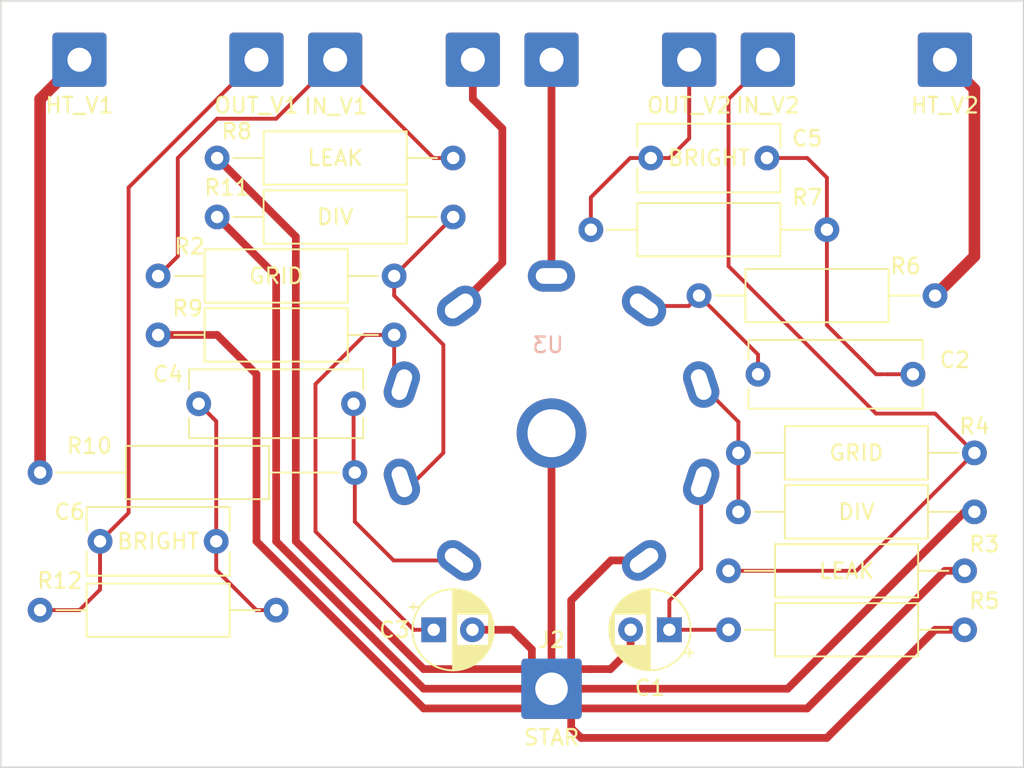
<source format=kicad_pcb>
(kicad_pcb (version 20211014) (generator pcbnew)
  (layers (0 "F.Cu" signal) (31 "B.Cu" signal) (34 "B.Paste" user) (35 "F.Paste" user) (36 "B.SilkS" user "B.Silkscreen") (37 "F.SilkS" user "F.Silkscreen") (38 "B.Mask" user) (39 "F.Mask" user) (44 "Edge.Cuts" user))
  (net 0 "")
  (net 1 "GND")
  (net 2 "Net-(C1-Pad1)")
  (net 3 "Net-(C3-Pad1)")
  (net 4 "Net-(C4-Pad1)")
  (net 5 "Net-(C2-Pad1)")
  (net 6 "Net-(C2-Pad2)")
  (net 7 "Net-(C5-Pad2)")
  (net 8 "Net-(J7-Pad1)")
  (net 9 "-3V3")
  (net 10 "+3V0")
  (net 11 "Net-(C4-Pad2)")
  (net 12 "Net-(J1-Pad1)")
  (net 13 "Net-(C6-Pad2)")
  (net 14 "Net-(J9-Pad1)")
  (net 15 "Net-(J10-Pad1)")
  (net 16 "Net-(R1-Pad2)")
  (net 17 "Net-(R11-Pad2)")
  (footprint "Resistor_THT:R_Axial_DIN0309_L9.0mm_D3.2mm_P15.24mm_Horizontal" (layer "F.Cu") (at 123.19 91.44)
    (fp_text reference "R8" (at 1.27 -1.72) (layer "F.SilkS"))
    (fp_text value "LEAK" (at 7.62 0) (layer "F.SilkS"))
    (fp_line (start 12.24 -1.72) (end 3 -1.72) (layer "F.SilkS") (width 0.12))
    (fp_line (start 3 1.72) (end 12.24 1.72) (layer "F.SilkS") (width 0.12))
    (fp_line (start 14.2 0) (end 12.24 0) (layer "F.SilkS") (width 0.12))
    (fp_line (start 3 -1.72) (end 3 1.72) (layer "F.SilkS") (width 0.12))
    (fp_line (start 12.24 1.72) (end 12.24 -1.72) (layer "F.SilkS") (width 0.12))
    (fp_line (start 1.04 0) (end 3 0) (layer "F.SilkS") (width 0.12))
    (pad "1" thru_hole circle (at 0 0) (size 1.6 1.6) (drill 0.8) (layers *.Cu *.Mask) (net 1 "GND"))
    (pad "2" thru_hole oval (at 15.24 0) (size 1.6 1.6) (drill 0.8) (layers *.Cu *.Mask) (net 8 "Net-(J7-Pad1)"))
  )
  (footprint "Capacitor_THT:C_Rect_L11.0mm_W4.2mm_P10.00mm_MKT" (layer "F.Cu") (at 158.115 105.41)
    (fp_text reference "C2" (at 12.7 -0.925) (layer "F.SilkS"))
    (fp_text value "22n")
    (fp_line (start -0.62 2.22) (end 10.62 2.22) (layer "F.SilkS") (width 0.12))
    (fp_line (start 10.62 -2.22) (end 10.62 -0.925) (layer "F.SilkS") (width 0.12))
    (fp_line (start -0.62 -2.22) (end -0.62 -0.925) (layer "F.SilkS") (width 0.12))
    (fp_line (start -0.62 -2.22) (end 10.62 -2.22) (layer "F.SilkS") (width 0.12))
    (fp_line (start 10.62 0.925) (end 10.62 2.22) (layer "F.SilkS") (width 0.12))
    (fp_line (start -0.62 0.925) (end -0.62 2.22) (layer "F.SilkS") (width 0.12))
    (pad "1" thru_hole circle (at 0 0) (size 1.6 1.6) (drill 0.8) (layers *.Cu *.Mask) (net 5 "Net-(C2-Pad1)"))
    (pad "2" thru_hole circle (at 10 0) (size 1.6 1.6) (drill 0.8) (layers *.Cu *.Mask) (net 6 "Net-(C2-Pad2)"))
  )
  (footprint "Connector_Wire:SolderWire-0.75sqmm_1x01_D1.25mm_OD3.5mm" (layer "F.Cu") (at 170.18 85.09)
    (fp_text reference "J9" hide)
    (fp_text value "HT_V2" (at 0 2.95) (layer "F.SilkS"))
    (pad "1" thru_hole roundrect (at 0 0) (size 3.5 3.5) (drill 1.55) (layers *.Cu *.Mask) (roundrect_rratio 0.07142914286) (net 14 "Net-(J9-Pad1)"))
  )
  (footprint "Connector_Wire:SolderWire-0.75sqmm_1x01_D1.25mm_OD3.5mm" (layer "F.Cu") (at 130.81 85.09)
    (fp_text reference "J7" hide)
    (fp_text value "IN_V1" (at 0.05437 3.007068) (layer "F.SilkS"))
    (pad "1" thru_hole roundrect (at 0 0) (size 3.5 3.5) (drill 1.55) (layers *.Cu *.Mask) (roundrect_rratio 0.07142914286) (net 8 "Net-(J7-Pad1)"))
  )
  (footprint "Resistor_THT:R_Axial_DIN0309_L9.0mm_D3.2mm_P20.32mm_Horizontal" (layer "F.Cu") (at 111.76 111.76)
    (fp_text reference "R10" (at 3.175 -1.72) (layer "F.SilkS"))
    (fp_text value "220K")
    (fp_line (start 19.28 0) (end 14.78 0) (layer "F.SilkS") (width 0.12))
    (fp_line (start 14.78 -1.72) (end 5.54 -1.72) (layer "F.SilkS") (width 0.12))
    (fp_line (start 5.54 -1.72) (end 5.54 1.72) (layer "F.SilkS") (width 0.12))
    (fp_line (start 1.04 0) (end 5.54 0) (layer "F.SilkS") (width 0.12))
    (fp_line (start 5.54 1.72) (end 14.78 1.72) (layer "F.SilkS") (width 0.12))
    (fp_line (start 14.78 1.72) (end 14.78 -1.72) (layer "F.SilkS") (width 0.12))
    (pad "1" thru_hole circle (at 0 0) (size 1.6 1.6) (drill 0.8) (layers *.Cu *.Mask) (net 15 "Net-(J10-Pad1)"))
    (pad "2" thru_hole oval (at 20.32 0) (size 1.6 1.6) (drill 0.8) (layers *.Cu *.Mask) (net 4 "Net-(C4-Pad1)"))
  )
  (footprint "Connector_Wire:SolderWire-0.75sqmm_1x01_D1.25mm_OD3.5mm" (layer "F.Cu") (at 114.3 85.09)
    (fp_text reference "J10" hide)
    (fp_text value "HT_V1" (at 0 2.95) (layer "F.SilkS"))
    (pad "1" thru_hole roundrect (at 0 0) (size 3.5 3.5) (drill 1.55) (layers *.Cu *.Mask) (roundrect_rratio 0.07142914286) (net 15 "Net-(J10-Pad1)"))
  )
  (footprint "Connector_Wire:SolderWire-1.5sqmm_1x01_D1.7mm_OD3.9mm" (layer "F.Cu") (at 144.78 125.73)
    (fp_text reference "J2" (at 0 -3.15) (layer "F.SilkS"))
    (fp_text value "STAR" (at 0 3.15) (layer "F.SilkS"))
    (pad "1" thru_hole roundrect (at 0 0) (size 3.9 3.9) (drill 2.1) (layers *.Cu *.Mask) (roundrect_rratio 0.06410307692) (net 1 "GND"))
  )
  (footprint "Connector_Wire:SolderWire-0.75sqmm_1x01_D1.25mm_OD3.5mm" (layer "F.Cu") (at 125.73 85.09)
    (fp_text reference "J5" hide)
    (fp_text value "OUT_V1" (at 0 2.95) (layer "F.SilkS"))
    (pad "1" thru_hole roundrect (at 0 0) (size 3.5 3.5) (drill 1.55) (layers *.Cu *.Mask) (roundrect_rratio 0.07142914286) (net 13 "Net-(C6-Pad2)"))
  )
  (footprint "Resistor_THT:R_Axial_DIN0309_L9.0mm_D3.2mm_P15.24mm_Horizontal" (layer "F.Cu") (at 156.21 121.92)
    (fp_text reference "R5" (at 16.514343 -1.861852) (layer "F.SilkS"))
    (fp_text value "1.8K")
    (fp_line (start 3 -1.72) (end 3 1.72) (layer "F.SilkS") (width 0.12))
    (fp_line (start 12.24 1.72) (end 12.24 -1.72) (layer "F.SilkS") (width 0.12))
    (fp_line (start 12.24 -1.72) (end 3 -1.72) (layer "F.SilkS") (width 0.12))
    (fp_line (start 1.04 0) (end 3 0) (layer "F.SilkS") (width 0.12))
    (fp_line (start 14.2 0) (end 12.24 0) (layer "F.SilkS") (width 0.12))
    (fp_line (start 3 1.72) (end 12.24 1.72) (layer "F.SilkS") (width 0.12))
    (pad "1" thru_hole circle (at 0 0) (size 1.6 1.6) (drill 0.8) (layers *.Cu *.Mask) (net 2 "Net-(C1-Pad1)"))
    (pad "2" thru_hole oval (at 15.24 0) (size 1.6 1.6) (drill 0.8) (layers *.Cu *.Mask) (net 1 "GND"))
  )
  (footprint "Capacitor_THT:C_Rect_L9.0mm_W4.2mm_P7.50mm_MKT" (layer "F.Cu") (at 123.13 116.205 180)
    (fp_text reference "C6" (at 9.465 1.905) (layer "F.SilkS"))
    (fp_text value "BRIGHT" (at 3.75 0) (layer "F.SilkS"))
    (fp_line (start 8.37 -2.22) (end 8.37 -0.665) (layer "F.SilkS") (width 0.12))
    (fp_line (start -0.87 -2.22) (end 8.37 -2.22) (layer "F.SilkS") (width 0.12))
    (fp_line (start 8.37 0.665) (end 8.37 2.22) (layer "F.SilkS") (width 0.12))
    (fp_line (start -0.87 0.665) (end -0.87 2.22) (layer "F.SilkS") (width 0.12))
    (fp_line (start -0.87 2.22) (end 8.37 2.22) (layer "F.SilkS") (width 0.12))
    (fp_line (start -0.87 -2.22) (end -0.87 -0.665) (layer "F.SilkS") (width 0.12))
    (pad "1" thru_hole circle (at 0 0 180) (size 1.6 1.6) (drill 0.8) (layers *.Cu *.Mask) (net 11 "Net-(C4-Pad2)"))
    (pad "2" thru_hole circle (at 7.5 0 180) (size 1.6 1.6) (drill 0.8) (layers *.Cu *.Mask) (net 13 "Net-(C6-Pad2)"))
  )
  (footprint "Resistor_THT:R_Axial_DIN0309_L9.0mm_D3.2mm_P15.24mm_Horizontal" (layer "F.Cu") (at 119.38 99.06)
    (fp_text reference "R2" (at 2.02 -1.905) (layer "F.SilkS"))
    (fp_text value "GRID" (at 7.62 0) (layer "F.SilkS"))
    (fp_line (start 14.2 0) (end 12.24 0) (layer "F.SilkS") (width 0.12))
    (fp_line (start 3 1.72) (end 12.24 1.72) (layer "F.SilkS") (width 0.12))
    (fp_line (start 12.24 -1.72) (end 3 -1.72) (layer "F.SilkS") (width 0.12))
    (fp_line (start 3 -1.72) (end 3 1.72) (layer "F.SilkS") (width 0.12))
    (fp_line (start 1.04 0) (end 3 0) (layer "F.SilkS") (width 0.12))
    (fp_line (start 12.24 1.72) (end 12.24 -1.72) (layer "F.SilkS") (width 0.12))
    (pad "1" thru_hole circle (at 0 0) (size 1.6 1.6) (drill 0.8) (layers *.Cu *.Mask) (net 8 "Net-(J7-Pad1)"))
    (pad "2" thru_hole oval (at 15.24 0) (size 1.6 1.6) (drill 0.8) (layers *.Cu *.Mask) (net 17 "Net-(R11-Pad2)"))
  )
  (footprint "Capacitor_THT:C_Rect_L9.0mm_W4.2mm_P7.50mm_MKT" (layer "F.Cu") (at 158.69 91.44 180)
    (fp_text reference "C5" (at -2.6 1.27) (layer "F.SilkS"))
    (fp_text value "BRIGHT" (at 3.75 0) (layer "F.SilkS"))
    (fp_line (start 8.37 0.665) (end 8.37 2.22) (layer "F.SilkS") (width 0.12))
    (fp_line (start -0.87 -2.22) (end 8.37 -2.22) (layer "F.SilkS") (width 0.12))
    (fp_line (start -0.87 0.665) (end -0.87 2.22) (layer "F.SilkS") (width 0.12))
    (fp_line (start -0.87 2.22) (end 8.37 2.22) (layer "F.SilkS") (width 0.12))
    (fp_line (start 8.37 -2.22) (end 8.37 -0.665) (layer "F.SilkS") (width 0.12))
    (fp_line (start -0.87 -2.22) (end -0.87 -0.665) (layer "F.SilkS") (width 0.12))
    (pad "1" thru_hole circle (at 0 0 180) (size 1.6 1.6) (drill 0.8) (layers *.Cu *.Mask) (net 6 "Net-(C2-Pad2)"))
    (pad "2" thru_hole circle (at 7.5 0 180) (size 1.6 1.6) (drill 0.8) (layers *.Cu *.Mask) (net 7 "Net-(C5-Pad2)"))
  )
  (footprint "Resistor_THT:R_Axial_DIN0309_L9.0mm_D3.2mm_P15.24mm_Horizontal" (layer "F.Cu") (at 156.21 118.11)
    (fp_text reference "R3" (at 16.51 -1.72) (layer "F.SilkS"))
    (fp_text value "LEAK" (at 7.62 0) (layer "F.SilkS"))
    (fp_line (start 1.04 0) (end 3 0) (layer "F.SilkS") (width 0.12))
    (fp_line (start 12.24 -1.72) (end 3 -1.72) (layer "F.SilkS") (width 0.12))
    (fp_line (start 14.2 0) (end 12.24 0) (layer "F.SilkS") (width 0.12))
    (fp_line (start 3 -1.72) (end 3 1.72) (layer "F.SilkS") (width 0.12))
    (fp_line (start 12.24 1.72) (end 12.24 -1.72) (layer "F.SilkS") (width 0.12))
    (fp_line (start 3 1.72) (end 12.24 1.72) (layer "F.SilkS") (width 0.12))
    (pad "1" thru_hole circle (at 0 0) (size 1.6 1.6) (drill 0.8) (layers *.Cu *.Mask) (net 12 "Net-(J1-Pad1)"))
    (pad "2" thru_hole oval (at 15.24 0) (size 1.6 1.6) (drill 0.8) (layers *.Cu *.Mask) (net 1 "GND"))
  )
  (footprint "MountingHole:MountingHole_3.2mm_M3" (layer "F.Cu") (at 167.005 92.71)
    (fp_text reference "H1" hide)
    (fp_text value "MountingHole" hide)
    (pad "" np_thru_hole circle (at 0 0) (size 3.2 3.2) (drill 3.2) (layers *.Cu *.Mask))
  )
  (footprint "MountingHole:MountingHole_3.2mm_M3" (layer "F.Cu") (at 121.92 126.365)
    (fp_text reference "H2" hide)
    (fp_text value "MountingHole" hide)
    (pad "" np_thru_hole circle (at 0 0) (size 3.2 3.2) (drill 3.2) (layers *.Cu *.Mask))
  )
  (footprint "Connector_Wire:SolderWire-0.75sqmm_1x01_D1.25mm_OD3.5mm" (layer "F.Cu") (at 153.67 85.09)
    (fp_text reference "J8" hide)
    (fp_text value "OUT_V2" (at 0 2.95) (layer "F.SilkS"))
    (pad "1" thru_hole roundrect (at 0 0) (size 3.5 3.5) (drill 1.55) (layers *.Cu *.Mask) (roundrect_rratio 0.07142914286) (net 7 "Net-(C5-Pad2)"))
  )
  (footprint "Connector_Wire:SolderWire-0.75sqmm_1x01_D1.25mm_OD3.5mm" (layer "F.Cu") (at 144.78 85.09)
    (fp_text reference "J6" hide)
    (fp_text value "ACFIL")
    (pad "1" thru_hole roundrect (at 0 0) (size 3.5 3.5) (drill 1.55) (layers *.Cu *.Mask) (roundrect_rratio 0.07142914286) (net 10 "+3V0"))
  )
  (footprint "Capacitor_THT:CP_Radial_D5.0mm_P2.50mm" (layer "F.Cu") (at 137.173432 121.92)
    (fp_text reference "C3" (at -2.54 0) (layer "F.SilkS"))
    (fp_text value "1µF" hide)
    (fp_line (start 3.091 1.04) (end 3.091 1.826) (layer "F.SilkS") (width 0.12))
    (fp_line (start 3.491 -1.319) (end 3.491 -1.04) (layer "F.SilkS") (width 0.12))
    (fp_line (start 1.61 -2.556) (end 1.61 -1.04) (layer "F.SilkS") (width 0.12))
    (fp_line (start 3.651 -1.011) (end 3.651 1.011) (layer "F.SilkS") (width 0.12))
    (fp_line (start 2.051 -2.455) (end 2.051 -1.04) (layer "F.SilkS") (width 0.12))
    (fp_line (start 1.69 -2.543) (end 1.69 -1.04) (layer "F.SilkS") (width 0.12))
    (fp_line (start 2.731 -2.122) (end 2.731 -1.04) (layer "F.SilkS") (width 0.12))
    (fp_line (start 3.011 1.04) (end 3.011 1.901) (layer "F.SilkS") (width 0.12))
    (fp_line (start 3.691 -0.915) (end 3.691 0.915) (layer "F.SilkS") (width 0.12))
    (fp_line (start 1.53 1.04) (end 1.53 2.565) (layer "F.SilkS") (width 0.12))
    (fp_line (start 3.251 1.04) (end 3.251 1.653) (layer "F.SilkS") (width 0.12))
    (fp_line (start 2.011 -2.468) (end 2.011 -1.04) (layer "F.SilkS") (width 0.12))
    (fp_line (start 2.291 1.04) (end 2.291 2.365) (layer "F.SilkS") (width 0.12))
    (fp_line (start 2.931 -1.971) (end 2.931 -1.04) (layer "F.SilkS") (width 0.12))
    (fp_line (start 3.171 -1.743) (end 3.171 -1.04) (layer "F.SilkS") (width 0.12))
    (fp_line (start 3.051 1.04) (end 3.051 1.864) (layer "F.SilkS") (width 0.12))
    (fp_line (start 1.77 1.04) (end 1.77 2.528) (layer "F.SilkS") (width 0.12))
    (fp_line (start 2.251 -2.382) (end 2.251 -1.04) (layer "F.SilkS") (width 0.12))
    (fp_line (start 2.851 -2.035) (end 2.851 -1.04) (layer "F.SilkS") (width 0.12))
    (fp_line (start 1.33 -2.579) (end 1.33 2.579) (layer "F.SilkS") (width 0.12))
    (fp_line (start -1.304775 -1.725) (end -1.304775 -1.225) (layer "F.SilkS") (width 0.12))
    (fp_line (start 2.651 -2.175) (end 2.651 -1.04) (layer "F.SilkS") (width 0.12))
    (fp_line (start 2.691 -2.149) (end 2.691 -1.04) (layer "F.SilkS") (width 0.12))
    (fp_line (start 2.371 1.04) (end 2.371 2.329) (layer "F.SilkS") (width 0.12))
    (fp_line (start 2.851 1.04) (end 2.851 2.035) (layer "F.SilkS") (width 0.12))
    (fp_line (start 1.73 -2.536) (end 1.73 -1.04) (layer "F.SilkS") (width 0.12))
    (fp_line (start 3.411 1.04) (end 3.411 1.443) (layer "F.SilkS") (width 0.12))
    (fp_line (start 2.731 1.04) (end 2.731 2.122) (layer "F.SilkS") (width 0.12))
    (fp_line (start 2.211 1.04) (end 2.211 2.398) (layer "F.SilkS") (width 0.12))
    (fp_line (start 1.971 1.04) (end 1.971 2.48) (layer "F.SilkS") (width 0.12))
    (fp_line (start -1.554775 -1.475) (end -1.054775 -1.475) (layer "F.SilkS") (width 0.12))
    (fp_line (start 2.011 1.04) (end 2.011 2.468) (layer "F.SilkS") (width 0.12))
    (fp_line (start 2.491 1.04) (end 2.491 2.268) (layer "F.SilkS") (width 0.12))
    (fp_line (start 3.331 1.04) (end 3.331 1.554) (layer "F.SilkS") (width 0.12))
    (fp_line (start 2.971 1.04) (end 2.971 1.937) (layer "F.SilkS") (width 0.12))
    (fp_line (start 2.091 -2.442) (end 2.091 -1.04) (layer "F.SilkS") (width 0.12))
    (fp_line (start 2.411 -2.31) (end 2.411 -1.04) (layer "F.SilkS") (width 0.12))
    (fp_line (start 3.371 1.04) (end 3.371 1.5) (layer "F.SilkS") (width 0.12))
    (fp_line (start 3.771 -0.677) (end 3.771 0.677) (layer "F.SilkS") (width 0.12))
    (fp_line (start 1.53 -2.565) (end 1.53 -1.04) (layer "F.SilkS") (width 0.12))
    (fp_line (start 2.251 1.04) (end 2.251 2.382) (layer "F.SilkS") (width 0.12))
    (fp_line (start 3.131 -1.785) (end 3.131 -1.04) (layer "F.SilkS") (width 0.12))
    (fp_line (start 3.171 1.04) (end 3.171 1.743) (layer "F.SilkS") (width 0.12))
    (fp_line (start 1.89 -2.501) (end 1.89 -1.04) (layer "F.SilkS") (width 0.12))
    (fp_line (start 1.93 1.04) (end 1.93 2.491) (layer "F.SilkS") (width 0.12))
    (fp_line (start 3.131 1.04) (end 3.131 1.785) (layer "F.SilkS") (width 0.12))
    (fp_line (start 1.29 -2.58) (end 1.29 2.58) (layer "F.SilkS") (width 0.12))
    (fp_line (start 1.971 -2.48) (end 1.971 -1.04) (layer "F.SilkS") (width 0.12))
    (fp_line (start 2.811 1.04) (end 2.811 2.065) (layer "F.SilkS") (width 0.12))
    (fp_line (start 1.77 -2.528) (end 1.77 -1.04) (layer "F.SilkS") (width 0.12))
    (fp_line (start 1.49 -2.569) (end 1.49 -1.04) (layer "F.SilkS") (width 0.12))
    (fp_line (start 2.611 1.04) (end 2.611 2.2) (layer "F.SilkS") (width 0.12))
    (fp_line (start 1.81 -2.52) (end 1.81 -1.04) (layer "F.SilkS") (width 0.12))
    (fp_line (start 2.051 1.04) (end 2.051 2.455) (layer "F.SilkS") (width 0.12))
    (fp_line (start 1.65 -2.55) (end 1.65 -1.04) (layer "F.SilkS") (width 0.12))
    (fp_line (start 3.211 1.04) (end 3.211 1.699) (layer "F.SilkS") (width 0.12))
    (fp_line (start 2.531 1.04) (end 2.531 2.247) (layer "F.SilkS") (width 0.12))
    (fp_line (start 2.411 1.04) (end 2.411 2.31) (layer "F.SilkS") (width 0.12))
    (fp_line (start 3.811 -0.518) (end 3.811 0.518) (layer "F.SilkS") (width 0.12))
    (fp_line (start 1.25 -2.58) (end 1.25 2.58) (layer "F.SilkS") (width 0.12))
    (fp_line (start 2.531 -2.247) (end 2.531 -1.04) (layer "F.SilkS") (width 0.12))
    (fp_line (start 2.651 1.04) (end 2.651 2.175) (layer "F.SilkS") (width 0.12))
    (fp_line (start 2.371 -2.329) (end 2.371 -1.04) (layer "F.SilkS") (width 0.12))
    (fp_line (start 3.371 -1.5) (end 3.371 -1.04) (layer "F.SilkS") (width 0.12))
    (fp_line (start 2.571 1.04) (end 2.571 2.224) (layer "F.SilkS") (width 0.12))
    (fp_line (start 3.411 -1.443) (end 3.411 -1.04) (layer "F.SilkS") (width 0.12))
    (fp_line (start 3.731 -0.805) (end 3.731 0.805) (layer "F.SilkS") (width 0.12))
    (fp_line (start 2.211 -2.398) (end 2.211 -1.04) (layer "F.SilkS") (width 0.12))
    (fp_line (start 1.57 1.04) (end 1.57 2.561) (layer "F.SilkS") (width 0.12))
    (fp_line (start 1.65 1.04) (end 1.65 2.55) (layer "F.SilkS") (width 0.12))
    (fp_line (start 3.851 -0.284) (end 3.851 0.284) (layer "F.SilkS") (width 0.12))
    (fp_line (start 1.81 1.04) (end 1.81 2.52) (layer "F.SilkS") (width 0.12))
    (fp_line (start 3.491 1.04) (end 3.491 1.319) (layer "F.SilkS") (width 0.12))
    (fp_line (start 2.291 -2.365) (end 2.291 -1.04) (layer "F.SilkS") (width 0.12))
    (fp_line (start 2.891 1.04) (end 2.891 2.004) (layer "F.SilkS") (width 0.12))
    (fp_line (start 1.69 1.04) (end 1.69 2.543) (layer "F.SilkS") (width 0.12))
    (fp_line (start 2.811 -2.065) (end 2.811 -1.04) (layer "F.SilkS") (width 0.12))
    (fp_line (start 2.771 -2.095) (end 2.771 -1.04) (layer "F.SilkS") (width 0.12))
    (fp_line (start 2.891 -2.004) (end 2.891 -1.04) (layer "F.SilkS") (width 0.12))
    (fp_line (start 1.93 -2.491) (end 1.93 -1.04) (layer "F.SilkS") (width 0.12))
    (fp_line (start 2.131 1.04) (end 2.131 2.428) (layer "F.SilkS") (width 0.12))
    (fp_line (start 2.131 -2.428) (end 2.131 -1.04) (layer "F.SilkS") (width 0.12))
    (fp_line (start 2.771 1.04) (end 2.771 2.095) (layer "F.SilkS") (width 0.12))
    (fp_line (start 3.051 -1.864) (end 3.051 -1.04) (layer "F.SilkS") (width 0.12))
    (fp_line (start 3.291 -1.605) (end 3.291 -1.04) (layer "F.SilkS") (width 0.12))
    (fp_line (start 2.491 -2.268) (end 2.491 -1.04) (layer "F.SilkS") (width 0.12))
    (fp_line (start 2.331 1.04) (end 2.331 2.348) (layer "F.SilkS") (width 0.12))
    (fp_line (start 3.291 1.04) (end 3.291 1.605) (layer "F.SilkS") (width 0.12))
    (fp_line (start 2.171 -2.414) (end 2.171 -1.04) (layer "F.SilkS") (width 0.12))
    (fp_line (start 2.611 -2.2) (end 2.611 -1.04) (layer "F.SilkS") (width 0.12))
    (fp_line (start 2.691 1.04) (end 2.691 2.149) (layer "F.SilkS") (width 0.12))
    (fp_line (start 2.571 -2.224) (end 2.571 -1.04) (layer "F.SilkS") (width 0.12))
    (fp_line (start 2.171 1.04) (end 2.171 2.414) (layer "F.SilkS") (width 0.12))
    (fp_line (start 2.331 -2.348) (end 2.331 -1.04) (layer "F.SilkS") (width 0.12))
    (fp_line (start 3.611 -1.098) (end 3.611 1.098) (layer "F.SilkS") (width 0.12))
    (fp_line (start 3.211 -1.699) (end 3.211 -1.04) (layer "F.SilkS") (width 0.12))
    (fp_line (start 2.451 1.04) (end 2.451 2.29) (layer "F.SilkS") (width 0.12))
    (fp_line (start 1.61 1.04) (end 1.61 2.556) (layer "F.SilkS") (width 0.12))
    (fp_line (start 1.37 -2.578) (end 1.37 2.578) (layer "F.SilkS") (width 0.12))
    (fp_line (start 3.451 1.04) (end 3.451 1.383) (layer "F.SilkS") (width 0.12))
    (fp_line (start 3.091 -1.826) (end 3.091 -1.04) (layer "F.SilkS") (width 0.12))
    (fp_line (start 2.971 -1.937) (end 2.971 -1.04) (layer "F.SilkS") (width 0.12))
    (fp_line (start 1.85 1.04) (end 1.85 2.511) (layer "F.SilkS") (width 0.12))
    (fp_line (start 1.89 1.04) (end 1.89 2.501) (layer "F.SilkS") (width 0.12))
    (fp_line (start 3.251 -1.653) (end 3.251 -1.04) (layer "F.SilkS") (width 0.12))
    (fp_line (start 1.49 1.04) (end 1.49 2.569) (layer "F.SilkS") (width 0.12))
    (fp_line (start 2.451 -2.29) (end 2.451 -1.04) (layer "F.SilkS") (width 0.12))
    (fp_line (start 1.41 -2.576) (end 1.41 2.576) (layer "F.SilkS") (width 0.12))
    (fp_line (start 1.45 -2.573) (end 1.45 2.573) (layer "F.SilkS") (width 0.12))
    (fp_line (start 3.331 -1.554) (end 3.331 -1.04) (layer "F.SilkS") (width 0.12))
    (fp_line (start 1.85 -2.511) (end 1.85 -1.04) (layer "F.SilkS") (width 0.12))
    (fp_line (start 3.011 -1.901) (end 3.011 -1.04) (layer "F.SilkS") (width 0.12))
    (fp_line (start 2.091 1.04) (end 2.091 2.442) (layer "F.SilkS") (width 0.12))
    (fp_line (start 2.931 1.04) (end 2.931 1.971) (layer "F.SilkS") (width 0.12))
    (fp_line (start 3.531 1.04) (end 3.531 1.251) (layer "F.SilkS") (width 0.12))
    (fp_line (start 3.531 -1.251) (end 3.531 -1.04) (layer "F.SilkS") (width 0.12))
    (fp_line (start 1.73 1.04) (end 1.73 2.536) (layer "F.SilkS") (width 0.12))
    (fp_line (start 3.451 -1.383) (end 3.451 -1.04) (layer "F.SilkS") (width 0.12))
    (fp_line (start 3.571 -1.178) (end 3.571 1.178) (layer "F.SilkS") (width 0.12))
    (fp_line (start 1.57 -2.561) (end 1.57 -1.04) (layer "F.SilkS") (width 0.12))
    (fp_circle (center 1.25 0) (end 3.87 0) (layer "F.SilkS") (width 0.12) (fill none))
    (pad "1" thru_hole rect (at 0 0) (size 1.6 1.6) (drill 0.8) (layers *.Cu *.Mask) (net 3 "Net-(C3-Pad1)"))
    (pad "2" thru_hole circle (at 2.5 0) (size 1.6 1.6) (drill 0.8) (layers *.Cu *.Mask) (net 1 "GND"))
  )
  (footprint "Resistor_THT:R_Axial_DIN0309_L9.0mm_D3.2mm_P15.24mm_Horizontal" (layer "F.Cu") (at 123.19 95.25)
    (fp_text reference "R11" (at 0.635 -1.905) (layer "F.SilkS"))
    (fp_text value "DIV" (at 7.62 0) (layer "F.SilkS"))
    (fp_line (start 14.2 0) (end 12.24 0) (layer "F.SilkS") (width 0.12))
    (fp_line (start 12.24 1.72) (end 12.24 -1.72) (layer "F.SilkS") (width 0.12))
    (fp_line (start 1.04 0) (end 3 0) (layer "F.SilkS") (width 0.12))
    (fp_line (start 12.24 -1.72) (end 3 -1.72) (layer "F.SilkS") (width 0.12))
    (fp_line (start 3 1.72) (end 12.24 1.72) (layer "F.SilkS") (width 0.12))
    (fp_line (start 3 -1.72) (end 3 1.72) (layer "F.SilkS") (width 0.12))
    (pad "1" thru_hole circle (at 0 0) (size 1.6 1.6) (drill 0.8) (layers *.Cu *.Mask) (net 1 "GND"))
    (pad "2" thru_hole oval (at 15.24 0) (size 1.6 1.6) (drill 0.8) (layers *.Cu *.Mask) (net 17 "Net-(R11-Pad2)"))
  )
  (footprint "Connector_Wire:SolderWire-0.75sqmm_1x01_D1.25mm_OD3.5mm" (layer "F.Cu") (at 158.75 85.09)
    (fp_text reference "J1" hide)
    (fp_text value "IN_V2" (at 0 2.95) (layer "F.SilkS"))
    (pad "1" thru_hole roundrect (at 0 0) (size 3.5 3.5) (drill 1.55) (layers *.Cu *.Mask) (roundrect_rratio 0.07142914286) (net 12 "Net-(J1-Pad1)"))
  )
  (footprint "Capacitor_THT:C_Rect_L11.0mm_W4.2mm_P10.00mm_MKT" (layer "F.Cu") (at 132 107.315 180)
    (fp_text reference "C4" (at 11.985 1.905 180) (layer "F.SilkS"))
    (fp_text value "22n")
    (fp_line (start -0.62 2.22) (end 10.62 2.22) (layer "F.SilkS") (width 0.12))
    (fp_line (start -0.62 -2.22) (end -0.62 -0.925) (layer "F.SilkS") (width 0.12))
    (fp_line (start -0.62 -2.22) (end 10.62 -2.22) (layer "F.SilkS") (width 0.12))
    (fp_line (start 10.62 -2.22) (end 10.62 -0.925) (layer "F.SilkS") (width 0.12))
    (fp_line (start -0.62 0.925) (end -0.62 2.22) (layer "F.SilkS") (width 0.12))
    (fp_line (start 10.62 0.925) (end 10.62 2.22) (layer "F.SilkS") (width 0.12))
    (pad "1" thru_hole circle (at 0 0 180) (size 1.6 1.6) (drill 0.8) (layers *.Cu *.Mask) (net 4 "Net-(C4-Pad1)"))
    (pad "2" thru_hole circle (at 10 0 180) (size 1.6 1.6) (drill 0.8) (layers *.Cu *.Mask) (net 11 "Net-(C4-Pad2)"))
  )
  (footprint "Resistor_THT:R_Axial_DIN0309_L9.0mm_D3.2mm_P15.24mm_Horizontal" (layer "F.Cu") (at 127 120.65 180)
    (fp_text reference "R12" (at 13.97 1.905) (layer "F.SilkS"))
    (fp_text value "470K")
    (fp_line (start 12.24 1.72) (end 12.24 -1.72) (layer "F.SilkS") (width 0.12))
    (fp_line (start 3 -1.72) (end 3 1.72) (layer "F.SilkS") (width 0.12))
    (fp_line (start 14.2 0) (end 12.24 0) (layer "F.SilkS") (width 0.12))
    (fp_line (start 12.24 -1.72) (end 3 -1.72) (layer "F.SilkS") (width 0.12))
    (fp_line (start 1.04 0) (end 3 0) (layer "F.SilkS") (width 0.12))
    (fp_line (start 3 1.72) (end 12.24 1.72) (layer "F.SilkS") (width 0.12))
    (pad "1" thru_hole circle (at 0 0 180) (size 1.6 1.6) (drill 0.8) (layers *.Cu *.Mask) (net 11 "Net-(C4-Pad2)"))
    (pad "2" thru_hole oval (at 15.24 0 180) (size 1.6 1.6) (drill 0.8) (layers *.Cu *.Mask) (net 13 "Net-(C6-Pad2)"))
  )
  (footprint "Resistor_THT:R_Axial_DIN0309_L9.0mm_D3.2mm_P15.24mm_Horizontal" (layer "F.Cu") (at 172.085 114.3 180)
    (fp_text reference "R1" hide)
    (fp_text value "DIV" (at 7.62 0) (layer "F.SilkS"))
    (fp_line (start 3 -1.72) (end 3 1.72) (layer "F.SilkS") (width 0.12))
    (fp_line (start 12.24 -1.72) (end 3 -1.72) (layer "F.SilkS") (width 0.12))
    (fp_line (start 14.2 0) (end 12.24 0) (layer "F.SilkS") (width 0.12))
    (fp_line (start 1.04 0) (end 3 0) (layer "F.SilkS") (width 0.12))
    (fp_line (start 3 1.72) (end 12.24 1.72) (layer "F.SilkS") (width 0.12))
    (fp_line (start 12.24 1.72) (end 12.24 -1.72) (layer "F.SilkS") (width 0.12))
    (pad "1" thru_hole circle (at 0 0 180) (size 1.6 1.6) (drill 0.8) (layers *.Cu *.Mask) (net 1 "GND"))
    (pad "2" thru_hole oval (at 15.24 0 180) (size 1.6 1.6) (drill 0.8) (layers *.Cu *.Mask) (net 16 "Net-(R1-Pad2)"))
  )
  (footprint "Capacitor_THT:CP_Radial_D5.0mm_P2.50mm" (layer "F.Cu") (at 152.386582 121.92 180)
    (fp_text reference "C1" (at 1.25 -3.75) (layer "F.SilkS"))
    (fp_text value "0.1µF" hide)
    (fp_line (start 1.57 -2.561) (end 1.57 -1.04) (layer "F.SilkS") (width 0.12))
    (fp_line (start 3.611 -1.098) (end 3.611 1.098) (layer "F.SilkS") (width 0.12))
    (fp_line (start 3.371 -1.5) (end 3.371 -1.04) (layer "F.SilkS") (width 0.12))
    (fp_line (start 2.211 -2.398) (end 2.211 -1.04) (layer "F.SilkS") (width 0.12))
    (fp_line (start 2.731 -2.122) (end 2.731 -1.04) (layer "F.SilkS") (width 0.12))
    (fp_line (start 2.971 1.04) (end 2.971 1.937) (layer "F.SilkS") (width 0.12))
    (fp_line (start 1.89 -2.501) (end 1.89 -1.04) (layer "F.SilkS") (width 0.12))
    (fp_line (start 2.571 1.04) (end 2.571 2.224) (layer "F.SilkS") (width 0.12))
    (fp_line (start 2.291 -2.365) (end 2.291 -1.04) (layer "F.SilkS") (width 0.12))
    (fp_line (start 2.051 1.04) (end 2.051 2.455) (layer "F.SilkS") (width 0.12))
    (fp_line (start 2.091 -2.442) (end 2.091 -1.04) (layer "F.SilkS") (width 0.12))
    (fp_line (start 3.411 -1.443) (end 3.411 -1.04) (layer "F.SilkS") (width 0.12))
    (fp_line (start 3.731 -0.805) (end 3.731 0.805) (layer "F.SilkS") (width 0.12))
    (fp_line (start 3.251 1.04) (end 3.251 1.653) (layer "F.SilkS") (width 0.12))
    (fp_line (start 1.37 -2.578) (end 1.37 2.578) (layer "F.SilkS") (width 0.12))
    (fp_line (start 3.011 1.04) (end 3.011 1.901) (layer "F.SilkS") (width 0.12))
    (fp_line (start 2.811 1.04) (end 2.811 2.065) (layer "F.SilkS") (width 0.12))
    (fp_line (start 1.81 -2.52) (end 1.81 -1.04) (layer "F.SilkS") (width 0.12))
    (fp_line (start 2.251 -2.382) (end 2.251 -1.04) (layer "F.SilkS") (width 0.12))
    (fp_line (start 2.651 1.04) (end 2.651 2.175) (layer "F.SilkS") (width 0.12))
    (fp_line (start 3.451 1.04) (end 3.451 1.383) (layer "F.SilkS") (width 0.12))
    (fp_line (start 3.251 -1.653) (end 3.251 -1.04) (layer "F.SilkS") (width 0.12))
    (fp_line (start 2.571 -2.224) (end 2.571 -1.04) (layer "F.SilkS") (width 0.12))
    (fp_line (start 1.89 1.04) (end 1.89 2.501) (layer "F.SilkS") (width 0.12))
    (fp_line (start 1.65 -2.55) (end 1.65 -1.04) (layer "F.SilkS") (width 0.12))
    (fp_line (start 3.211 -1.699) (end 3.211 -1.04) (layer "F.SilkS") (width 0.12))
    (fp_line (start 2.131 -2.428) (end 2.131 -1.04) (layer "F.SilkS") (width 0.12))
    (fp_line (start 2.531 -2.247) (end 2.531 -1.04) (layer "F.SilkS") (width 0.12))
    (fp_line (start 1.41 -2.576) (end 1.41 2.576) (layer "F.SilkS") (width 0.12))
    (fp_line (start 3.331 -1.554) (end 3.331 -1.04) (layer "F.SilkS") (width 0.12))
    (fp_line (start 1.25 -2.58) (end 1.25 2.58) (layer "F.SilkS") (width 0.12))
    (fp_line (start 3.211 1.04) (end 3.211 1.699) (layer "F.SilkS") (width 0.12))
    (fp_line (start 2.971 -1.937) (end 2.971 -1.04) (layer "F.SilkS") (width 0.12))
    (fp_line (start 2.931 1.04) (end 2.931 1.971) (layer "F.SilkS") (width 0.12))
    (fp_line (start 1.61 1.04) (end 1.61 2.556) (layer "F.SilkS") (width 0.12))
    (fp_line (start 3.131 -1.785) (end 3.131 -1.04) (layer "F.SilkS") (width 0.12))
    (fp_line (start 3.371 1.04) (end 3.371 1.5) (layer "F.SilkS") (width 0.12))
    (fp_line (start 2.691 -2.149) (end 2.691 -1.04) (layer "F.SilkS") (width 0.12))
    (fp_line (start 2.411 -2.31) (end 2.411 -1.04) (layer "F.SilkS") (width 0.12))
    (fp_line (start 3.091 1.04) (end 3.091 1.826) (layer "F.SilkS") (width 0.12))
    (fp_line (start 3.491 -1.319) (end 3.491 -1.04) (layer "F.SilkS") (width 0.12))
    (fp_line (start 3.291 -1.605) (end 3.291 -1.04) (layer "F.SilkS") (width 0.12))
    (fp_line (start 1.971 1.04) (end 1.971 2.48) (layer "F.SilkS") (width 0.12))
    (fp_line (start 1.33 -2.579) (end 1.33 2.579) (layer "F.SilkS") (width 0.12))
    (fp_line (start 2.851 1.04) (end 2.851 2.035) (layer "F.SilkS") (width 0.12))
    (fp_line (start 3.491 1.04) (end 3.491 1.319) (layer "F.SilkS") (width 0.12))
    (fp_line (start 3.811 -0.518) (end 3.811 0.518) (layer "F.SilkS") (width 0.12))
    (fp_line (start 2.491 -2.268) (end 2.491 -1.04) (layer "F.SilkS") (width 0.12))
    (fp_line (start 3.171 -1.743) (end 3.171 -1.04) (layer "F.SilkS") (width 0.12))
    (fp_line (start 2.131 1.04) (end 2.131 2.428) (layer "F.SilkS") (width 0.12))
    (fp_line (start 2.491 1.04) (end 2.491 2.268) (layer "F.SilkS") (width 0.12))
    (fp_line (start 3.051 1.04) (end 3.051 1.864) (layer "F.SilkS") (width 0.12))
    (fp_line (start 2.011 -2.468) (end 2.011 -1.04) (layer "F.SilkS") (width 0.12))
    (fp_line (start 2.891 1.04) (end 2.891 2.004) (layer "F.SilkS") (width 0.12))
    (fp_line (start 2.411 1.04) (end 2.411 2.31) (layer "F.SilkS") (width 0.12))
    (fp_line (start 1.85 1.04) (end 1.85 2.511) (layer "F.SilkS") (width 0.12))
    (fp_line (start 2.171 -2.414) (end 2.171 -1.04) (layer "F.SilkS") (width 0.12))
    (fp_line (start 2.171 1.04) (end 2.171 2.414) (layer "F.SilkS") (width 0.12))
    (fp_line (start 1.53 -2.565) (end 1.53 -1.04) (layer "F.SilkS") (width 0.12))
    (fp_line (start 2.091 1.04) (end 2.091 2.442) (layer "F.SilkS") (width 0.12))
    (fp_line (start 2.051 -2.455) (end 2.051 -1.04) (layer "F.SilkS") (width 0.12))
    (fp_line (start 2.371 -2.329) (end 2.371 -1.04) (layer "F.SilkS") (width 0.12))
    (fp_line (start 3.571 -1.178) (end 3.571 1.178) (layer "F.SilkS") (width 0.12))
    (fp_line (start 2.651 -2.175) (end 2.651 -1.04) (layer "F.SilkS") (width 0.12))
    (fp_line (start 1.971 -2.48) (end 1.971 -1.04) (layer "F.SilkS") (width 0.12))
    (fp_line (start 3.691 -0.915) (end 3.691 0.915) (layer "F.SilkS") (width 0.12))
    (fp_line (start 1.45 -2.573) (end 1.45 2.573) (layer "F.SilkS") (width 0.12))
    (fp_line (start 1.65 1.04) (end 1.65 2.55) (layer "F.SilkS") (width 0.12))
    (fp_line (start 1.49 -2.569) (end 1.49 -1.04) (layer "F.SilkS") (width 0.12))
    (fp_line (start 1.29 -2.58) (end 1.29 2.58) (layer "F.SilkS") (width 0.12))
    (fp_line (start 2.611 1.04) (end 2.611 2.2) (layer "F.SilkS") (width 0.12))
    (fp_line (start 1.61 -2.556) (end 1.61 -1.04) (layer "F.SilkS") (width 0.12))
    (fp_line (start 2.731 1.04) (end 2.731 2.122) (layer "F.SilkS") (width 0.12))
    (fp_line (start 1.69 1.04) (end 1.69 2.543) (layer "F.SilkS") (width 0.12))
    (fp_line (start -1.554775 -1.475) (end -1.054775 -1.475) (layer "F.SilkS") (width 0.12))
    (fp_line (start 3.131 1.04) (end 3.131 1.785) (layer "F.SilkS") (width 0.12))
    (fp_line (start 3.451 -1.383) (end 3.451 -1.04) (layer "F.SilkS") (width 0.12))
    (fp_line (start 3.531 -1.251) (end 3.531 -1.04) (layer "F.SilkS") (width 0.12))
    (fp_line (start 3.091 -1.826) (end 3.091 -1.04) (layer "F.SilkS") (width 0.12))
    (fp_line (start 2.931 -1.971) (end 2.931 -1.04) (layer "F.SilkS") (width 0.12))
    (fp_line (start 2.771 1.04) (end 2.771 2.095) (layer "F.SilkS") (width 0.12))
    (fp_line (start 1.93 -2.491) (end 1.93 -1.04) (layer "F.SilkS") (width 0.12))
    (fp_line (start 1.81 1.04) (end 1.81 2.52) (layer "F.SilkS") (width 0.12))
    (fp_line (start 1.85 -2.511) (end 1.85 -1.04) (layer "F.SilkS") (width 0.12))
    (fp_line (start 2.691 1.04) (end 2.691 2.149) (layer "F.SilkS") (width 0.12))
    (fp_line (start 3.771 -0.677) (end 3.771 0.677) (layer "F.SilkS") (width 0.12))
    (fp_line (start 2.211 1.04) (end 2.211 2.398) (layer "F.SilkS") (width 0.12))
    (fp_line (start 2.331 1.04) (end 2.331 2.348) (layer "F.SilkS") (width 0.12))
    (fp_line (start 3.531 1.04) (end 3.531 1.251) (layer "F.SilkS") (width 0.12))
    (fp_line (start 2.611 -2.2) (end 2.611 -1.04) (layer "F.SilkS") (width 0.12))
    (fp_line (start 1.49 1.04) (end 1.49 2.569) (layer "F.SilkS") (width 0.12))
    (fp_line (start 2.891 -2.004) (end 2.891 -1.04) (layer "F.SilkS") (width 0.12))
    (fp_line (start 2.451 1.04) (end 2.451 2.29) (layer "F.SilkS") (width 0.12))
    (fp_line (start 2.531 1.04) (end 2.531 2.247) (layer "F.SilkS") (width 0.12))
    (fp_line (start 2.291 1.04) (end 2.291 2.365) (layer "F.SilkS") (width 0.12))
    (fp_line (start 2.011 1.04) (end 2.011 2.468) (layer "F.SilkS") (width 0.12))
    (fp_line (start 3.051 -1.864) (end 3.051 -1.04) (layer "F.SilkS") (width 0.12))
    (fp_line (start 1.73 -2.536) (end 1.73 -1.04) (layer "F.SilkS") (width 0.12))
    (fp_line (start 1.93 1.04) (end 1.93 2.491) (layer "F.SilkS") (width 0.12))
    (fp_line (start 3.331 1.04) (end 3.331 1.554) (layer "F.SilkS") (width 0.12))
    (fp_line (start 2.851 -2.035) (end 2.851 -1.04) (layer "F.SilkS") (width 0.12))
    (fp_line (start 3.291 1.04) (end 3.291 1.605) (layer "F.SilkS") (width 0.12))
    (fp_line (start -1.304775 -1.725) (end -1.304775 -1.225) (layer "F.SilkS") (width 0.12))
    (fp_line (start 2.811 -2.065) (end 2.811 -1.04) (layer "F.SilkS") (width 0.12))
    (fp_line (start 3.171 1.04) (end 3.171 1.743) (layer "F.SilkS") (width 0.12))
    (fp_line (start 2.331 -2.348) (end 2.331 -1.04) (layer "F.SilkS") (width 0.12))
    (fp_line (start 2.771 -2.095) (end 2.771 -1.04) (layer "F.SilkS") (width 0.12))
    (fp_line (start 1.73 1.04) (end 1.73 2.536) (layer "F.SilkS") (width 0.12))
    (fp_line (start 3.851 -0.284) (end 3.851 0.284) (layer "F.SilkS") (width 0.12))
    (fp_line (start 1.77 1.04) (end 1.77 2.528) (layer "F.SilkS") (width 0.12))
    (fp_line (start 1.69 -2.543) (end 1.69 -1.04) (layer "F.SilkS") (width 0.12))
    (fp_line (start 2.451 -2.29) (end 2.451 -1.04) (layer "F.SilkS") (width 0.12))
    (fp_line (start 1.53 1.04) (end 1.53 2.565) (layer "F.SilkS") (width 0.12))
    (fp_line (start 3.411 1.04) (end 3.411 1.443) (layer "F.SilkS") (width 0.12))
    (fp_line (start 1.57 1.04) (end 1.57 2.561) (layer "F.SilkS") (width 0.12))
    (fp_line (start 3.651 -1.011) (end 3.651 1.011) (layer "F.SilkS") (width 0.12))
    (fp_line (start 2.251 1.04) (end 2.251 2.382) (layer "F.SilkS") (width 0.12))
    (fp_line (start 2.371 1.04) (end 2.371 2.329) (layer "F.SilkS") (width 0.12))
    (fp_line (start 1.77 -2.528) (end 1.77 -1.04) (layer "F.SilkS") (width 0.12))
    (fp_line (start 3.011 -1.901) (end 3.011 -1.04) (layer "F.SilkS") (width 0.12))
    (fp_circle (center 1.25 0) (end 3.87 0) (layer "F.SilkS") (width 0.12) (fill none))
    (pad "1" thru_hole rect (at 0 0 180) (size 1.6 1.6) (drill 0.8) (layers *.Cu *.Mask) (net 2 "Net-(C1-Pad1)"))
    (pad "2" thru_hole circle (at 2.5 0 180) (size 1.6 1.6) (drill 0.8) (layers *.Cu *.Mask) (net 1 "GND"))
  )
  (footprint "Resistor_THT:R_Axial_DIN0309_L9.0mm_D3.2mm_P15.24mm_Horizontal" (layer "F.Cu") (at 134.62 102.87 180)
    (fp_text reference "R9" (at 13.335 1.72) (layer "F.SilkS"))
    (fp_text value "1.8K")
    (fp_line (start 12.24 -1.72) (end 3 -1.72) (layer "F.SilkS") (width 0.12))
    (fp_line (start 3 1.72) (end 12.24 1.72) (layer "F.SilkS") (width 0.12))
    (fp_line (start 14.2 0) (end 12.24 0) (layer "F.SilkS") (width 0.12))
    (fp_line (start 3 -1.72) (end 3 1.72) (layer "F.SilkS") (width 0.12))
    (fp_line (start 1.04 0) (end 3 0) (layer "F.SilkS") (width 0.12))
    (fp_line (start 12.24 1.72) (end 12.24 -1.72) (layer "F.SilkS") (width 0.12))
    (pad "1" thru_hole circle (at 0 0 180) (size 1.6 1.6) (drill 0.8) (layers *.Cu *.Mask) (net 3 "Net-(C3-Pad1)"))
    (pad "2" thru_hole oval (at 15.24 0 180) (size 1.6 1.6) (drill 0.8) (layers *.Cu *.Mask) (net 1 "GND"))
  )
  (footprint "Resistor_THT:R_Axial_DIN0309_L9.0mm_D3.2mm_P15.24mm_Horizontal" (layer "F.Cu") (at 172.085 110.49 180)
    (fp_text reference "R4" (at 0 1.72) (layer "F.SilkS"))
    (fp_text value "GRID" (at 7.62 0) (layer "F.SilkS"))
    (fp_line (start 12.24 -1.72) (end 3 -1.72) (layer "F.SilkS") (width 0.12))
    (fp_line (start 3 -1.72) (end 3 1.72) (layer "F.SilkS") (width 0.12))
    (fp_line (start 3 1.72) (end 12.24 1.72) (layer "F.SilkS") (width 0.12))
    (fp_line (start 12.24 1.72) (end 12.24 -1.72) (layer "F.SilkS") (width 0.12))
    (fp_line (start 1.04 0) (end 3 0) (layer "F.SilkS") (width 0.12))
    (fp_line (start 14.2 0) (end 12.24 0) (layer "F.SilkS") (width 0.12))
    (pad "1" thru_hole circle (at 0 0 180) (size 1.6 1.6) (drill 0.8) (layers *.Cu *.Mask) (net 12 "Net-(J1-Pad1)"))
    (pad "2" thru_hole oval (at 15.24 0 180) (size 1.6 1.6) (drill 0.8) (layers *.Cu *.Mask) (net 16 "Net-(R1-Pad2)"))
  )
  (footprint "Resistor_THT:R_Axial_DIN0309_L9.0mm_D3.2mm_P15.24mm_Horizontal" (layer "F.Cu") (at 162.56 96.07 180)
    (fp_text reference "R7" (at 1.27 2.09) (layer "F.SilkS"))
    (fp_text value "470K")
    (fp_line (start 12.24 -1.72) (end 3 -1.72) (layer "F.SilkS") (width 0.12))
    (fp_line (start 14.2 0) (end 12.24 0) (layer "F.SilkS") (width 0.12))
    (fp_line (start 3 -1.72) (end 3 1.72) (layer "F.SilkS") (width 0.12))
    (fp_line (start 3 1.72) (end 12.24 1.72) (layer "F.SilkS") (width 0.12))
    (fp_line (start 12.24 1.72) (end 12.24 -1.72) (layer "F.SilkS") (width 0.12))
    (fp_line (start 1.04 0) (end 3 0) (layer "F.SilkS") (width 0.12))
    (pad "1" thru_hole circle (at 0 0 180) (size 1.6 1.6) (drill 0.8) (layers *.Cu *.Mask) (net 6 "Net-(C2-Pad2)"))
    (pad "2" thru_hole oval (at 15.24 0 180) (size 1.6 1.6) (drill 0.8) (layers *.Cu *.Mask) (net 7 "Net-(C5-Pad2)"))
  )
  (footprint "Connector_Wire:SolderWire-0.75sqmm_1x01_D1.25mm_OD3.5mm" (layer "F.Cu") (at 139.7 85.09)
    (fp_text reference "J3" hide)
    (fp_text value "ACFIL")
    (pad "1" thru_hole roundrect (at 0 0) (size 3.5 3.5) (drill 1.55) (layers *.Cu *.Mask) (roundrect_rratio 0.07142914286) (net 9 "-3V3"))
  )
  (footprint "Resistor_THT:R_Axial_DIN0309_L9.0mm_D3.2mm_P15.24mm_Horizontal" (layer "F.Cu") (at 169.545 100.33 180)
    (fp_text reference "R6" (at 1.905 1.905 180) (layer "F.SilkS"))
    (fp_text value "220K")
    (fp_line (start 12.24 1.72) (end 12.24 -1.72) (layer "F.SilkS") (width 0.12))
    (fp_line (start 14.2 0) (end 12.24 0) (layer "F.SilkS") (width 0.12))
    (fp_line (start 3 1.72) (end 12.24 1.72) (layer "F.SilkS") (width 0.12))
    (fp_line (start 12.24 -1.72) (end 3 -1.72) (layer "F.SilkS") (width 0.12))
    (fp_line (start 3 -1.72) (end 3 1.72) (layer "F.SilkS") (width 0.12))
    (fp_line (start 1.04 0) (end 3 0) (layer "F.SilkS") (width 0.12))
    (pad "1" thru_hole circle (at 0 0 180) (size 1.6 1.6) (drill 0.8) (layers *.Cu *.Mask) (net 14 "Net-(J9-Pad1)"))
    (pad "2" thru_hole oval (at 15.24 0 180) (size 1.6 1.6) (drill 0.8) (layers *.Cu *.Mask) (net 5 "Net-(C2-Pad1)"))
  )
  (footprint "Valve:Valve_6N2P" (layer "B.Cu") (at 141.33 113.97 180)
    (fp_text reference "U3" (at -3.221113 10.450316) (layer "B.SilkS") (effects (justify mirror)))
    (fp_text value "ECC83" hide)
    (pad "1" thru_hole oval (at 2.521898 -3.469612 234) (size 2.03 3.05) (drill oval 1.02 2.03) (layers *.Cu *.Mask) (net 4 "Net-(C4-Pad1)"))
    (pad "2" thru_hole oval (at 6.21183 1.607604 198) (size 2.03 3.05) (drill oval 1.02 2.03) (layers *.Cu *.Mask) (net 17 "Net-(R11-Pad2)"))
    (pad "3" thru_hole oval (at 6.213639 7.886829 162) (size 2.03 3.05) (drill oval 1.02 2.03) (layers *.Cu *.Mask) (net 3 "Net-(C3-Pad1)"))
    (pad "4" thru_hole oval (at 2.521898 12.969613 126) (size 2.03 3.05) (drill oval 1.02 2.03) (layers *.Cu *.Mask) (net 9 "-3V3"))
    (pad "5" thru_hole oval (at -3.447073 14.91 90) (size 2.03 3.05) (drill oval 1.02 2.03) (layers *.Cu *.Mask) (net 10 "+3V0"))
    (pad "6" thru_hole oval (at -9.421898 12.969613 234) (size 2.03 3.05) (drill oval 1.02 2.03) (layers *.Cu *.Mask) (net 5 "Net-(C2-Pad1)"))
    (pad "7" thru_hole oval (at -13.11183 7.892396 198) (size 2.03 3.05) (drill oval 1.02 2.03) (layers *.Cu *.Mask) (net 16 "Net-(R1-Pad2)"))
    (pad "8" thru_hole oval (at -13.112734 1.610388 162) (size 2.03 3.05) (drill oval 1.02 2.03) (layers *.Cu *.Mask) (net 2 "Net-(C1-Pad1)"))
    (pad "9" thru_hole circle (at -3.45 4.75 180) (size 4.5 4.5) (drill 3.1) (layers *.Cu *.Mask) (net 1 "GND"))
    (pad "9" thru_hole oval (at -9.424266 -3.467892 126) (size 2.03 3.05) (drill oval 1.02 2.03) (layers *.Cu *.Mask) (net 1 "GND"))
  )
  (gr_line (start 109.22 81.28) (end 175.26 81.28) (layer "Edge.Cuts") (width 0.1))
  (gr_line (start 109.22 130.81) (end 109.22 81.28) (layer "Edge.Cuts") (width 0.1))
  (gr_line (start 175.26 130.81) (end 109.22 130.81) (layer "Edge.Cuts") (width 0.1))
  (gr_line (start 175.26 81.28) (end 175.26 130.81) (layer "Edge.Cuts") (width 0.1))
  (segment (start 144.78 125.73) (end 143.51 127) (width 0.5) (layer "F.Cu") (net 1))
  (segment (start 149.886582 121.92) (end 149.886582 123.163418) (width 0.5) (layer "F.Cu") (net 1))
  (segment (start 128.27 96.52) (end 128.27 116.205) (width 0.5) (layer "F.Cu") (net 1))
  (segment (start 161.29 127) (end 146.05 127) (width 0.5) (layer "F.Cu") (net 1))
  (segment (start 170.18 118.11) (end 161.29 127) (width 0.5) (layer "F.Cu") (net 1))
  (segment (start 125.73 105.41) (end 123.19 102.87) (width 0.5) (layer "F.Cu") (net 1))
  (segment (start 127 116.205) (end 136.525 125.73) (width 0.5) (layer "F.Cu") (net 1))
  (segment (start 142.24 121.92) (end 143.51 123.19) (width 0.5) (layer "F.Cu") (net 1))
  (segment (start 147.32 124.46) (end 146.05 124.46) (width 0.5) (layer "F.Cu") (net 1))
  (segment (start 148.59 124.46) (end 147.32 124.46) (width 0.5) (layer "F.Cu") (net 1))
  (segment (start 143.51 124.46) (end 144.78 125.73) (width 0.25) (layer "F.Cu") (net 1))
  (segment (start 169.545 121.92) (end 162.56 128.905) (width 0.5) (layer "F.Cu") (net 1))
  (segment (start 143.51 127) (end 136.525 127) (width 0.5) (layer "F.Cu") (net 1))
  (segment (start 171.45 121.92) (end 169.545 121.92) (width 0.5) (layer "F.Cu") (net 1))
  (segment (start 160.02 125.73) (end 144.78 125.73) (width 0.5) (layer "F.Cu") (net 1))
  (segment (start 162.56 128.905) (end 146.685 128.905) (width 0.5) (layer "F.Cu") (net 1))
  (segment (start 146.05 124.46) (end 144.78 125.73) (width 0.25) (layer "F.Cu") (net 1))
  (segment (start 148.627108 117.437892) (end 146.05 120.015) (width 0.5) (layer "F.Cu") (net 1))
  (segment (start 171.45 118.11) (end 170.18 118.11) (width 0.5) (layer "F.Cu") (net 1))
  (segment (start 144.78 109.22) (end 144.78 125.73) (width 0.5) (layer "F.Cu") (net 1))
  (segment (start 143.51 123.19) (end 143.51 123.825) (width 0.5) (layer "F.Cu") (net 1))
  (segment (start 146.05 120.015) (end 146.05 124.46) (width 0.5) (layer "F.Cu") (net 1))
  (segment (start 171.45 114.3) (end 160.02 125.73) (width 0.5) (layer "F.Cu") (net 1))
  (segment (start 144.78 125.73) (end 144.78 124.46) (width 0.5) (layer "F.Cu") (net 1))
  (segment (start 136.525 127) (end 125.73 116.205) (width 0.5) (layer "F.Cu") (net 1))
  (segment (start 125.73 116.205) (end 125.73 105.41) (width 0.5) (layer "F.Cu") (net 1))
  (segment (start 136.525 125.73) (end 144.78 125.73) (width 0.5) (layer "F.Cu") (net 1))
  (segment (start 123.19 91.44) (end 128.27 96.52) (width 0.5) (layer "F.Cu") (net 1))
  (segment (start 139.673432 121.92) (end 142.24 121.92) (width 0.5) (layer "F.Cu") (net 1))
  (segment (start 146.685 128.905) (end 146.05 128.27) (width 0.5) (layer "F.Cu") (net 1))
  (segment (start 123.19 102.87) (end 119.38 102.87) (width 0.5) (layer "F.Cu") (net 1))
  (segment (start 150.754266 117.437892) (end 148.627108 117.437892) (width 0.5) (layer "F.Cu") (net 1))
  (segment (start 149.886582 123.163418) (end 148.59 124.46) (width 0.5) (layer "F.Cu") (net 1))
  (segment (start 143.51 123.825) (end 143.51 124.46) (width 0.5) (layer "F.Cu") (net 1))
  (segment (start 146.05 128.27) (end 146.05 127) (width 0.5) (layer "F.Cu") (net 1))
  (segment (start 146.05 127) (end 144.78 125.73) (width 0.25) (layer "F.Cu") (net 1))
  (segment (start 123.19 95.25) (end 127 99.06) (width 0.5) (layer "F.Cu") (net 1))
  (segment (start 128.27 116.205) (end 136.525 124.46) (width 0.5) (layer "F.Cu") (net 1))
  (segment (start 127 99.06) (end 127 116.205) (width 0.5) (layer "F.Cu") (net 1))
  (segment (start 143.51 125.73) (end 144.78 124.46) (width 0.5) (layer "F.Cu") (net 1))
  (segment (start 136.525 124.46) (end 143.51 124.46) (width 0.5) (layer "F.Cu") (net 1))
  (segment (start 156.21 121.92) (end 152.386582 121.92) (width 0.25) (layer "F.Cu") (net 2))
  (segment (start 154.442734 117.972266) (end 154.442734 112.359612) (width 0.25) (layer "F.Cu") (net 2))
  (segment (start 152.386582 120.028418) (end 154.442734 117.972266) (width 0.25) (layer "F.Cu") (net 2))
  (segment (start 152.386582 121.92) (end 152.386582 120.028418) (width 0.25) (layer "F.Cu") (net 2))
  (segment (start 135.89 121.92) (end 137.173432 121.92) (width 0.25) (layer "F.Cu") (net 3))
  (segment (start 134.62 102.87) (end 132.715 102.87) (width 0.25) (layer "F.Cu") (net 3))
  (segment (start 134.62 102.87) (end 134.62 105.58681) (width 0.25) (layer "F.Cu") (net 3))
  (segment (start 129.54 106.045) (end 129.54 115.57) (width 0.25) (layer "F.Cu") (net 3))
  (segment (start 134.62 105.58681) (end 135.116361 106.083171) (width 0.25) (layer "F.Cu") (net 3))
  (segment (start 132.715 102.87) (end 129.54 106.045) (width 0.25) (layer "F.Cu") (net 3))
  (segment (start 129.54 115.57) (end 135.89 121.92) (width 0.25) (layer "F.Cu") (net 3))
  (segment (start 132 107.315) (end 132 111.68) (width 0.25) (layer "F.Cu") (net 4))
  (segment (start 134.584612 117.439612) (end 132.08 114.935) (width 0.25) (layer "F.Cu") (net 4))
  (segment (start 132 111.68) (end 132.08 111.76) (width 0.25) (layer "F.Cu") (net 4))
  (segment (start 138.808102 117.439612) (end 134.584612 117.439612) (width 0.25) (layer "F.Cu") (net 4))
  (segment (start 132.08 114.935) (end 132.08 111.76) (width 0.25) (layer "F.Cu") (net 4))
  (segment (start 158.115 105.41) (end 158.115 104.14) (width 0.25) (layer "F.Cu") (net 5))
  (segment (start 154.305 100.33) (end 153.634613 101.000387) (width 0.25) (layer "F.Cu") (net 5))
  (segment (start 158.115 104.14) (end 154.305 100.33) (width 0.25) (layer "F.Cu") (net 5))
  (segment (start 153.634613 101.000387) (end 150.751898 101.000387) (width 0.25) (layer "F.Cu") (net 5))
  (segment (start 166.21 105.41) (end 165.735 105.41) (width 0.25) (layer "F.Cu") (net 6))
  (segment (start 158.69 91.44) (end 161.29 91.44) (width 0.25) (layer "F.Cu") (net 6))
  (segment (start 162.56 102.235) (end 162.56 96.07) (width 0.25) (layer "F.Cu") (net 6))
  (segment (start 162.56 92.71) (end 162.56 96.07) (width 0.25) (layer "F.Cu") (net 6))
  (segment (start 161.29 91.44) (end 162.56 92.71) (width 0.25) (layer "F.Cu") (net 6))
  (segment (start 168.115 105.41) (end 166.37 105.41) (width 0.25) (layer "F.Cu") (net 6))
  (segment (start 165.735 105.41) (end 162.56 102.235) (width 0.25) (layer "F.Cu") (net 6))
  (segment (start 151.19 91.44) (end 152.4 91.44) (width 0.25) (layer "F.Cu") (net 7))
  (segment (start 149.86 91.44) (end 147.32 93.98) (width 0.25) (layer "F.Cu") (net 7))
  (segment (start 153.67 90.17) (end 153.67 85.09) (width 0.25) (layer "F.Cu") (net 7))
  (segment (start 152.4 91.44) (end 153.67 90.17) (width 0.25) (layer "F.Cu") (net 7))
  (segment (start 147.32 93.98) (end 147.32 96.07) (width 0.25) (layer "F.Cu") (net 7))
  (segment (start 151.19 91.44) (end 149.86 91.44) (width 0.25) (layer "F.Cu") (net 7))
  (segment (start 120.65 97.79) (end 120.65 91.44) (width 0.25) (layer "F.Cu") (net 8))
  (segment (start 120.65 91.44) (end 123.19 88.9) (width 0.25) (layer "F.Cu") (net 8))
  (segment (start 138.43 91.44) (end 137.16 91.44) (width 0.25) (layer "F.Cu") (net 8))
  (segment (start 119.38 99.06) (end 120.65 97.79) (width 0.25) (layer "F.Cu") (net 8))
  (segment (start 123.19 88.9) (end 127 88.9) (width 0.25) (layer "F.Cu") (net 8))
  (segment (start 137.16 91.44) (end 130.81 85.09) (width 0.25) (layer "F.Cu") (net 8))
  (segment (start 127 88.9) (end 130.81 85.09) (width 0.25) (layer "F.Cu") (net 8))
  (segment (start 139.7 85.09) (end 139.7 87.63) (width 0.5) (layer "F.Cu") (net 9))
  (segment (start 141.605 98.203489) (end 138.808102 101.000387) (width 0.5) (layer "F.Cu") (net 9))
  (segment (start 141.605 89.535) (end 141.605 98.203489) (width 0.5) (layer "F.Cu") (net 9))
  (segment (start 139.7 87.63) (end 141.605 89.535) (width 0.5) (layer "F.Cu") (net 9))
  (segment (start 144.777073 99.06) (end 144.777073 85.092927) (width 0.5) (layer "F.Cu") (net 10))
  (segment (start 144.777073 85.092927) (end 144.78 85.09) (width 0.25) (layer "F.Cu") (net 10))
  (segment (start 125.73 120.65) (end 123.13 118.05) (width 0.25) (layer "F.Cu") (net 11))
  (segment (start 123.13 108.445) (end 122 107.315) (width 0.25) (layer "F.Cu") (net 11))
  (segment (start 127 120.65) (end 125.73 120.65) (width 0.25) (layer "F.Cu") (net 11))
  (segment (start 123.13 116.205) (end 123.13 108.445) (width 0.25) (layer "F.Cu") (net 11))
  (segment (start 123.13 118.05) (end 123.13 116.205) (width 0.25) (layer "F.Cu") (net 11))
  (segment (start 165.733604 107.95) (end 169.545 107.95) (width 0.25) (layer "F.Cu") (net 12))
  (segment (start 158.75 85.09) (end 156.21 87.63) (width 0.25) (layer "F.Cu") (net 12))
  (segment (start 156.21 87.63) (end 156.21 98.426396) (width 0.25) (layer "F.Cu") (net 12))
  (segment (start 156.21 98.426396) (end 165.733604 107.95) (width 0.25) (layer "F.Cu") (net 12))
  (segment (start 156.21 118.11) (end 164.465 118.11) (width 0.25) (layer "F.Cu") (net 12))
  (segment (start 169.545 107.95) (end 172.085 110.49) (width 0.25) (layer "F.Cu") (net 12))
  (segment (start 164.465 118.11) (end 172.085 110.49) (width 0.25) (layer "F.Cu") (net 12))
  (segment (start 114.3 120.65) (end 115.63 119.32) (width 0.25) (layer "F.Cu") (net 13))
  (segment (start 117.475 114.36) (end 117.475 93.345) (width 0.25) (layer "F.Cu") (net 13))
  (segment (start 117.475 93.345) (end 125.73 85.09) (width 0.25) (layer "F.Cu") (net 13))
  (segment (start 115.63 119.32) (end 115.63 116.205) (width 0.25) (layer "F.Cu") (net 13))
  (segment (start 111.76 120.65) (end 114.3 120.65) (width 0.25) (layer "F.Cu") (net 13))
  (segment (start 115.63 116.205) (end 117.475 114.36) (width 0.25) (layer "F.Cu") (net 13))
  (segment (start 169.545 100.33) (end 172.085 97.79) (width 0.75) (layer "F.Cu") (net 14))
  (segment (start 172.085 86.995) (end 170.18 85.09) (width 0.75) (layer "F.Cu") (net 14))
  (segment (start 172.085 97.79) (end 172.085 86.995) (width 0.75) (layer "F.Cu") (net 14))
  (segment (start 111.76 111.76) (end 111.76 87.63) (width 0.75) (layer "F.Cu") (net 15))
  (segment (start 111.76 87.63) (end 114.3 85.09) (width 0.75) (layer "F.Cu") (net 15))
  (segment (start 156.845 110.49) (end 156.845 108.480774) (width 0.25) (layer "F.Cu") (net 16))
  (segment (start 156.845 110.49) (end 156.845 114.3) (width 0.25) (layer "F.Cu") (net 16))
  (segment (start 156.845 108.480774) (end 154.44183 106.077604) (width 0.25) (layer "F.Cu") (net 16))
  (segment (start 137.795 110.49) (end 135.922604 112.362396) (width 0.25) (layer "F.Cu") (net 17))
  (segment (start 134.62 99.06) (end 134.62 100.33) (width 0.25) (layer "F.Cu") (net 17))
  (segment (start 134.62 100.33) (end 137.795 103.505) (width 0.25) (layer "F.Cu") (net 17))
  (segment (start 137.795 103.505) (end 137.795 110.49) (width 0.25) (layer "F.Cu") (net 17))
  (segment (start 135.922604 112.362396) (end 135.11817 112.362396) (width 0.25) (layer "F.Cu") (net 17))
  (segment (start 138.43 95.25) (end 134.62 99.06) (width 0.25) (layer "F.Cu") (net 17))
)
</source>
